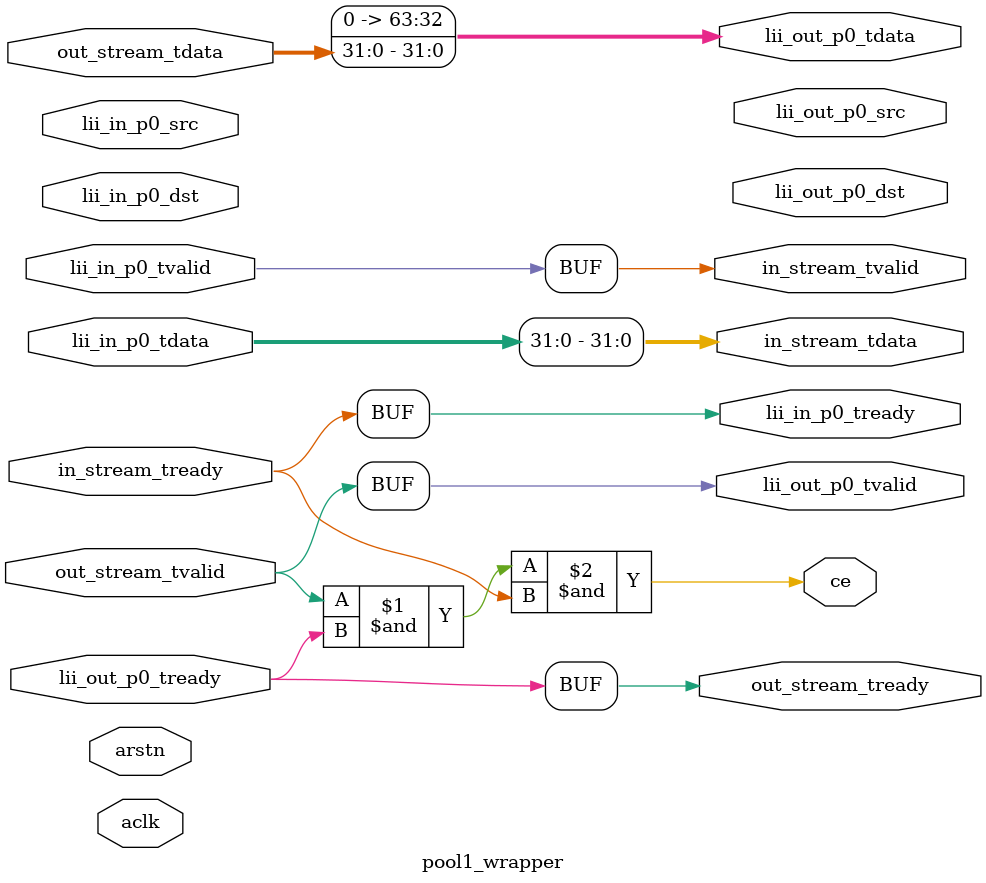
<source format=v>
`timescale 1ns/1ps

module pool1_wrapper
#(
    parameter NIN  = 1,   // logic input streams
    parameter NOUT = 1,  // logic output streams
    parameter P    = 1,              // phy in channels
    parameter Q    = 1,             // phy out channels
    parameter PW   = 64              // packing width
)
(
    // ------ clock and reset ------
    input  wire                     aclk,
    input  wire                     arstn,
    // ------ LII phy input ------
    input  wire [PW-1:0]            lii_in_p0_tdata,
    input  wire                     lii_in_p0_tvalid,
    output wire                     lii_in_p0_tready,
    input  wire [7:0]               lii_in_p0_src,
    input  wire [7:0]               lii_in_p0_dst,
    // ------ LII phy output ------
    output wire [PW-1:0]            lii_out_p0_tdata,
    output wire                     lii_out_p0_tvalid,
    input  wire                     lii_out_p0_tready,
    output wire [7:0]               lii_out_p0_src,
    output wire [7:0]               lii_out_p0_dst,
    // ------ connection to HLS kernel ------
    output wire [31:0]   in_stream_tdata,
    output wire                     in_stream_tvalid,
    input  wire                     in_stream_tready,
    input  wire [31:0]   out_stream_tdata,
    input  wire                     out_stream_tvalid,
    output wire                     out_stream_tready,
    // ------ clock enable for HLS kernel ------
    output wire                     ce
);

    // ========= input: unpack =========
    assign lii_in_p0_tready =
        in_stream_tready;
    assign in_stream_tdata  = lii_in_p0_tdata[31:0];
    assign in_stream_tvalid = lii_in_p0_tvalid;

    // ========= output: pack =========
    assign lii_out_p0_tvalid = 
        out_stream_tvalid;
    assign lii_out_p0_tdata = {
        out_stream_tdata
    };
    assign { out_stream_tready } =
           { lii_out_p0_tready };

    // ========= kernel clock gating =========
    assign ce = (out_stream_tvalid) &
                (lii_out_p0_tready) &
                (lii_in_p0_tready);
endmodule
</source>
